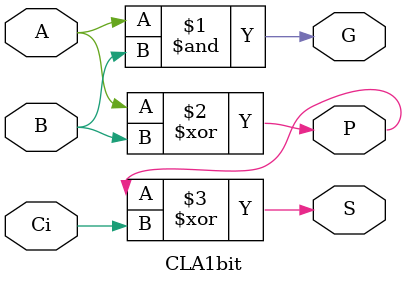
<source format=sv>
module CLA1bit(
    input A, B, Ci,
    output P, G, S
  );
  assign G = A & B;
  assign P = A ^ B;
  assign S = P ^ Ci;
endmodule

</source>
